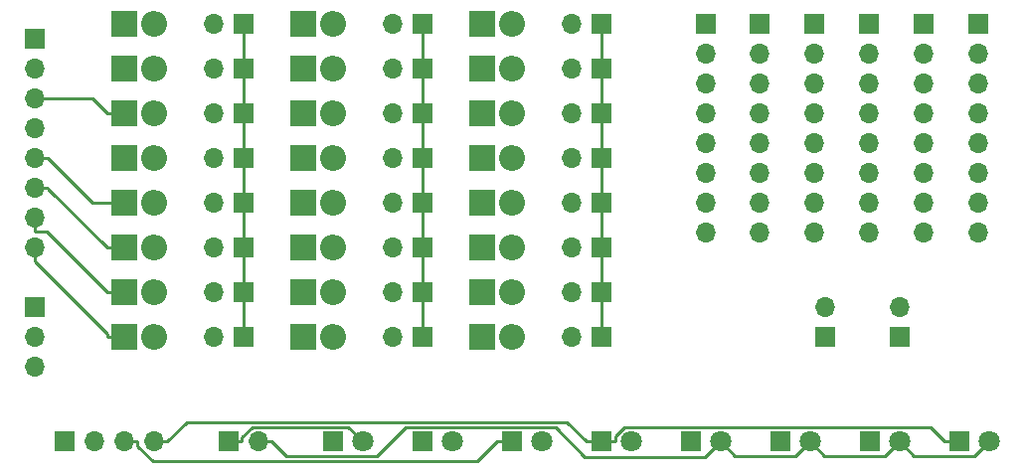
<source format=gbr>
G04 #@! TF.GenerationSoftware,KiCad,Pcbnew,(5.1.2-1)-1*
G04 #@! TF.CreationDate,2019-08-12T18:50:58+10:00*
G04 #@! TF.ProjectId,SmallPCB,536d616c-6c50-4434-922e-6b696361645f,rev?*
G04 #@! TF.SameCoordinates,Original*
G04 #@! TF.FileFunction,Copper,L2,Bot*
G04 #@! TF.FilePolarity,Positive*
%FSLAX46Y46*%
G04 Gerber Fmt 4.6, Leading zero omitted, Abs format (unit mm)*
G04 Created by KiCad (PCBNEW (5.1.2-1)-1) date 2019-08-12 18:50:58*
%MOMM*%
%LPD*%
G04 APERTURE LIST*
%ADD10O,1.700000X1.700000*%
%ADD11R,1.700000X1.700000*%
%ADD12C,1.800000*%
%ADD13R,1.800000X1.800000*%
%ADD14O,2.200000X2.200000*%
%ADD15R,2.200000X2.200000*%
%ADD16C,0.250000*%
G04 APERTURE END LIST*
D10*
X136280000Y-63500000D03*
X136280000Y-60960000D03*
X136280000Y-58420000D03*
X136280000Y-55880000D03*
X136280000Y-53340000D03*
X136280000Y-50800000D03*
X136280000Y-48260000D03*
D11*
X136280000Y-45720000D03*
D10*
X131630000Y-63500000D03*
X131630000Y-60960000D03*
X131630000Y-58420000D03*
X131630000Y-55880000D03*
X131630000Y-53340000D03*
X131630000Y-50800000D03*
X131630000Y-48260000D03*
D11*
X131630000Y-45720000D03*
D10*
X126980000Y-63500000D03*
X126980000Y-60960000D03*
X126980000Y-58420000D03*
X126980000Y-55880000D03*
X126980000Y-53340000D03*
X126980000Y-50800000D03*
X126980000Y-48260000D03*
D11*
X126980000Y-45720000D03*
D10*
X122330000Y-63500000D03*
X122330000Y-60960000D03*
X122330000Y-58420000D03*
X122330000Y-55880000D03*
X122330000Y-53340000D03*
X122330000Y-50800000D03*
X122330000Y-48260000D03*
D11*
X122330000Y-45720000D03*
D10*
X117680000Y-63500000D03*
X117680000Y-60960000D03*
X117680000Y-58420000D03*
X117680000Y-55880000D03*
X117680000Y-53340000D03*
X117680000Y-50800000D03*
X117680000Y-48260000D03*
D11*
X117680000Y-45720000D03*
D10*
X113030000Y-63500000D03*
X113030000Y-60960000D03*
X113030000Y-58420000D03*
X113030000Y-55880000D03*
X113030000Y-53340000D03*
X113030000Y-50800000D03*
X113030000Y-48260000D03*
D11*
X113030000Y-45720000D03*
D10*
X55880000Y-74930000D03*
X55880000Y-72390000D03*
D11*
X55880000Y-69850000D03*
D10*
X66040000Y-81280000D03*
X63500000Y-81280000D03*
X60960000Y-81280000D03*
D11*
X58420000Y-81280000D03*
D10*
X74930000Y-81280000D03*
D11*
X72390000Y-81280000D03*
D12*
X137160000Y-81280000D03*
D13*
X134620000Y-81280000D03*
D12*
X106680000Y-81280000D03*
D13*
X104140000Y-81280000D03*
D12*
X129540000Y-81280000D03*
D13*
X127000000Y-81280000D03*
D12*
X99060000Y-81280000D03*
D13*
X96520000Y-81280000D03*
D12*
X121920000Y-81280000D03*
D13*
X119380000Y-81280000D03*
D12*
X91440000Y-81280000D03*
D13*
X88900000Y-81280000D03*
D12*
X114300000Y-81280000D03*
D13*
X111760000Y-81280000D03*
D12*
X83820000Y-81280000D03*
D13*
X81280000Y-81280000D03*
D10*
X101600000Y-72390000D03*
D11*
X104140000Y-72390000D03*
D10*
X101600000Y-68580000D03*
D11*
X104140000Y-68580000D03*
D10*
X101600000Y-64770000D03*
D11*
X104140000Y-64770000D03*
D10*
X101600000Y-60960000D03*
D11*
X104140000Y-60960000D03*
D10*
X101600000Y-57150000D03*
D11*
X104140000Y-57150000D03*
D10*
X101600000Y-53340000D03*
D11*
X104140000Y-53340000D03*
D10*
X101600000Y-49530000D03*
D11*
X104140000Y-49530000D03*
D10*
X101600000Y-45720000D03*
D11*
X104140000Y-45720000D03*
D14*
X96520000Y-72390000D03*
D15*
X93980000Y-72390000D03*
D14*
X96520000Y-68580000D03*
D15*
X93980000Y-68580000D03*
D14*
X96520000Y-64770000D03*
D15*
X93980000Y-64770000D03*
D14*
X96520000Y-60960000D03*
D15*
X93980000Y-60960000D03*
D14*
X96520000Y-57150000D03*
D15*
X93980000Y-57150000D03*
D14*
X96520000Y-53340000D03*
D15*
X93980000Y-53340000D03*
D14*
X96520000Y-49530000D03*
D15*
X93980000Y-49530000D03*
D14*
X96520000Y-45720000D03*
D15*
X93980000Y-45720000D03*
D10*
X86360000Y-72390000D03*
D11*
X88900000Y-72390000D03*
D10*
X86360000Y-68580000D03*
D11*
X88900000Y-68580000D03*
D10*
X86360000Y-64770000D03*
D11*
X88900000Y-64770000D03*
D10*
X86360000Y-60960000D03*
D11*
X88900000Y-60960000D03*
D10*
X86360000Y-57150000D03*
D11*
X88900000Y-57150000D03*
D10*
X86360000Y-53340000D03*
D11*
X88900000Y-53340000D03*
D10*
X86360000Y-49530000D03*
D11*
X88900000Y-49530000D03*
D10*
X86360000Y-45720000D03*
D11*
X88900000Y-45720000D03*
D14*
X81280000Y-72390000D03*
D15*
X78740000Y-72390000D03*
D14*
X81280000Y-68580000D03*
D15*
X78740000Y-68580000D03*
D14*
X81280000Y-64770000D03*
D15*
X78740000Y-64770000D03*
D14*
X81280000Y-60960000D03*
D15*
X78740000Y-60960000D03*
D14*
X81280000Y-57150000D03*
D15*
X78740000Y-57150000D03*
D14*
X81280000Y-53340000D03*
D15*
X78740000Y-53340000D03*
D14*
X81280000Y-49530000D03*
D15*
X78740000Y-49530000D03*
D14*
X81280000Y-45720000D03*
D15*
X78740000Y-45720000D03*
D10*
X129540000Y-69850000D03*
D11*
X129540000Y-72390000D03*
D10*
X123190000Y-69850000D03*
D11*
X123190000Y-72390000D03*
D10*
X55880000Y-64770000D03*
X55880000Y-62230000D03*
X55880000Y-59690000D03*
X55880000Y-57150000D03*
X55880000Y-54610000D03*
X55880000Y-52070000D03*
X55880000Y-49530000D03*
D11*
X55880000Y-46990000D03*
D10*
X71120000Y-72390000D03*
D11*
X73660000Y-72390000D03*
D10*
X71120000Y-68580000D03*
D11*
X73660000Y-68580000D03*
D10*
X71120000Y-64770000D03*
D11*
X73660000Y-64770000D03*
D10*
X71120000Y-60960000D03*
D11*
X73660000Y-60960000D03*
D10*
X71120000Y-57150000D03*
D11*
X73660000Y-57150000D03*
D10*
X71120000Y-53340000D03*
D11*
X73660000Y-53340000D03*
D10*
X71120000Y-49530000D03*
D11*
X73660000Y-49530000D03*
D10*
X71120000Y-45720000D03*
D11*
X73660000Y-45720000D03*
D14*
X66040000Y-72390000D03*
D15*
X63500000Y-72390000D03*
D14*
X66040000Y-68580000D03*
D15*
X63500000Y-68580000D03*
D14*
X66040000Y-64770000D03*
D15*
X63500000Y-64770000D03*
D14*
X66040000Y-60960000D03*
D15*
X63500000Y-60960000D03*
D14*
X66040000Y-57150000D03*
D15*
X63500000Y-57150000D03*
D14*
X66040000Y-53340000D03*
D15*
X63500000Y-53340000D03*
D14*
X66040000Y-49530000D03*
D15*
X63500000Y-49530000D03*
D14*
X66040000Y-45720000D03*
D15*
X63500000Y-45720000D03*
D16*
X55880000Y-52070000D02*
X60804700Y-52070000D01*
X60804700Y-52070000D02*
X62074700Y-53340000D01*
X62074700Y-53340000D02*
X63500000Y-53340000D01*
X55880000Y-57150000D02*
X57055300Y-57150000D01*
X57055300Y-57150000D02*
X60865300Y-60960000D01*
X60865300Y-60960000D02*
X63500000Y-60960000D01*
X63500000Y-64770000D02*
X62074700Y-64770000D01*
X62074700Y-64770000D02*
X57055300Y-59750600D01*
X57055300Y-59750600D02*
X57055300Y-59690000D01*
X57055300Y-59690000D02*
X55880000Y-59690000D01*
X63500000Y-68580000D02*
X62074700Y-68580000D01*
X62074700Y-68580000D02*
X56900000Y-63405300D01*
X56900000Y-63405300D02*
X55880000Y-63405300D01*
X55880000Y-63405300D02*
X55880000Y-62230000D01*
X63500000Y-72390000D02*
X62074700Y-72390000D01*
X62074700Y-72390000D02*
X62074700Y-72140000D01*
X62074700Y-72140000D02*
X55880000Y-65945300D01*
X55880000Y-65945300D02*
X55880000Y-64770000D01*
X83820000Y-81280000D02*
X82588400Y-80048400D01*
X82588400Y-80048400D02*
X74429600Y-80048400D01*
X74429600Y-80048400D02*
X73565300Y-80912700D01*
X73565300Y-80912700D02*
X73565300Y-81280000D01*
X73565300Y-81280000D02*
X72390000Y-81280000D01*
X114300000Y-81280000D02*
X115525000Y-82505400D01*
X115525000Y-82505400D02*
X120695000Y-82505400D01*
X120695000Y-82505400D02*
X121920000Y-81280000D01*
X121920000Y-81280000D02*
X123145000Y-82505400D01*
X123145000Y-82505400D02*
X128315000Y-82505400D01*
X128315000Y-82505400D02*
X129540000Y-81280000D01*
X129540000Y-81280000D02*
X130765000Y-82505400D01*
X130765000Y-82505400D02*
X135935000Y-82505400D01*
X135935000Y-82505400D02*
X137160000Y-81280000D01*
X74930000Y-81280000D02*
X76105300Y-81280000D01*
X76105300Y-81280000D02*
X77330600Y-82505300D01*
X77330600Y-82505300D02*
X85038400Y-82505300D01*
X85038400Y-82505300D02*
X87495300Y-80048400D01*
X87495300Y-80048400D02*
X100266000Y-80048400D01*
X100266000Y-80048400D02*
X102779000Y-82561500D01*
X102779000Y-82561500D02*
X113018000Y-82561500D01*
X113018000Y-82561500D02*
X114300000Y-81280000D01*
X73660000Y-53340000D02*
X73660000Y-57150000D01*
X73660000Y-57150000D02*
X73660000Y-60960000D01*
X73660000Y-60960000D02*
X73660000Y-64770000D01*
X73660000Y-64770000D02*
X73660000Y-68580000D01*
X73660000Y-45720000D02*
X73660000Y-49530000D01*
X73660000Y-49530000D02*
X73660000Y-53340000D01*
X73660000Y-68580000D02*
X73660000Y-70485000D01*
X73660000Y-70485000D02*
X73660000Y-72390000D01*
X88900000Y-45720000D02*
X88900000Y-70485000D01*
X88900000Y-70485000D02*
X88900000Y-72390000D01*
X104140000Y-45720000D02*
X104140000Y-70485000D01*
X104140000Y-70485000D02*
X104140000Y-72390000D01*
X63500000Y-81280000D02*
X64675300Y-81280000D01*
X64675300Y-81280000D02*
X64675300Y-81647300D01*
X64675300Y-81647300D02*
X65983600Y-82955600D01*
X65983600Y-82955600D02*
X93619100Y-82955600D01*
X93619100Y-82955600D02*
X95294700Y-81280000D01*
X95294700Y-81280000D02*
X96520000Y-81280000D01*
X104140000Y-81280000D02*
X105365000Y-81280000D01*
X105365000Y-81280000D02*
X105365000Y-80820500D01*
X105365000Y-80820500D02*
X106131000Y-80054700D01*
X106131000Y-80054700D02*
X132169000Y-80054700D01*
X132169000Y-80054700D02*
X133395000Y-81280000D01*
X133395000Y-81280000D02*
X134620000Y-81280000D01*
X104140000Y-81280000D02*
X102915000Y-81280000D01*
X102915000Y-81280000D02*
X101233000Y-79598000D01*
X101233000Y-79598000D02*
X68897300Y-79598000D01*
X68897300Y-79598000D02*
X67215300Y-81280000D01*
X67215300Y-81280000D02*
X66040000Y-81280000D01*
M02*

</source>
